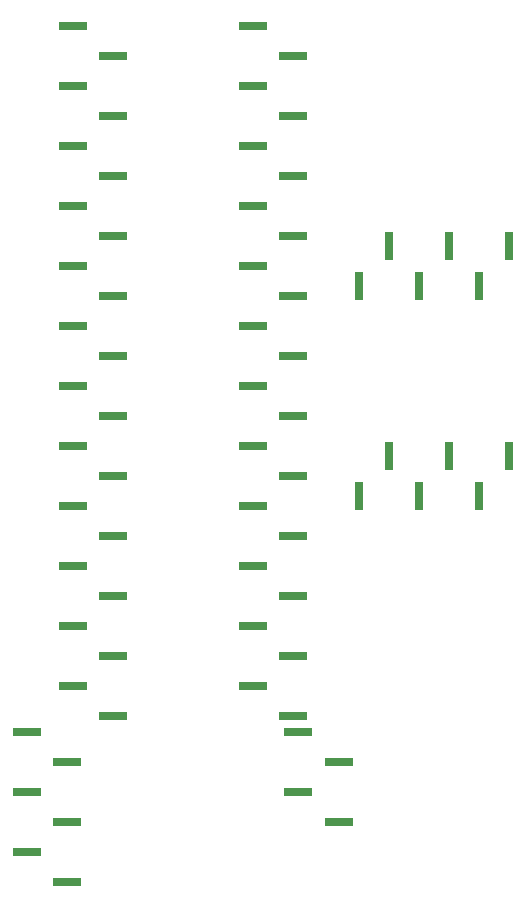
<source format=gbr>
G04*
G04 #@! TF.GenerationSoftware,Altium Limited,Altium Designer,25.4.2 (15)*
G04*
G04 Layer_Color=8421504*
%FSLAX44Y44*%
%MOMM*%
G71*
G04*
G04 #@! TF.SameCoordinates,80CFFD5A-54A5-451F-B997-A2DA6E1B210F*
G04*
G04*
G04 #@! TF.FilePolarity,Positive*
G04*
G01*
G75*
%ADD14R,2.4000X0.8000*%
%ADD15R,0.8000X2.4000*%
D14*
X1193300Y807900D02*
D03*
X1159300Y833300D02*
D03*
X1193300Y858700D02*
D03*
X1159300Y884100D02*
D03*
X1193300Y909500D02*
D03*
X1159300Y934900D02*
D03*
X1193300Y960300D02*
D03*
X1159300Y985700D02*
D03*
X1193300Y1011100D02*
D03*
X1159300Y1036500D02*
D03*
X1193300Y1061900D02*
D03*
X1159300Y1087300D02*
D03*
X1193300Y1112700D02*
D03*
X1159300Y1138100D02*
D03*
X1193300Y1163500D02*
D03*
X1159300Y1188900D02*
D03*
X1193300Y1214300D02*
D03*
X1159300Y1239700D02*
D03*
X1193300Y1265100D02*
D03*
X1159300Y1290500D02*
D03*
X1193300Y1315900D02*
D03*
X1159300Y1341300D02*
D03*
X1193300Y1366700D02*
D03*
X1159300Y1392100D02*
D03*
X1006800D02*
D03*
X1040800Y1366700D02*
D03*
X1006800Y1341300D02*
D03*
X1040800Y1315900D02*
D03*
X1006800Y1290500D02*
D03*
X1040800Y1265100D02*
D03*
X1006800Y1239700D02*
D03*
X1040800Y1214300D02*
D03*
X1006800Y1188900D02*
D03*
X1040800Y1163500D02*
D03*
X1006800Y1138100D02*
D03*
X1040800Y1112700D02*
D03*
X1006800Y1087300D02*
D03*
X1040800Y1061900D02*
D03*
X1006800Y1036500D02*
D03*
X1040800Y1011100D02*
D03*
X1006800Y985700D02*
D03*
X1040800Y960300D02*
D03*
X1006800Y934900D02*
D03*
X1040800Y909500D02*
D03*
X1006800Y884100D02*
D03*
X1040800Y858700D02*
D03*
X1006800Y833300D02*
D03*
X1040800Y807900D02*
D03*
X968000Y795000D02*
D03*
X1002000Y769600D02*
D03*
X968000Y744200D02*
D03*
X1002000Y718800D02*
D03*
X968000Y693400D02*
D03*
X1002000Y668000D02*
D03*
X1198000Y795000D02*
D03*
X1232000Y769600D02*
D03*
X1198000Y744200D02*
D03*
X1232000Y718800D02*
D03*
D15*
X1275050Y1206500D02*
D03*
X1249650Y1172500D02*
D03*
X1300450D02*
D03*
X1325850Y1206500D02*
D03*
X1351250Y1172500D02*
D03*
X1376650Y1206500D02*
D03*
X1376450Y1028750D02*
D03*
X1351050Y994750D02*
D03*
X1325650Y1028750D02*
D03*
X1300250Y994750D02*
D03*
X1274850Y1028750D02*
D03*
X1249450Y994750D02*
D03*
M02*

</source>
